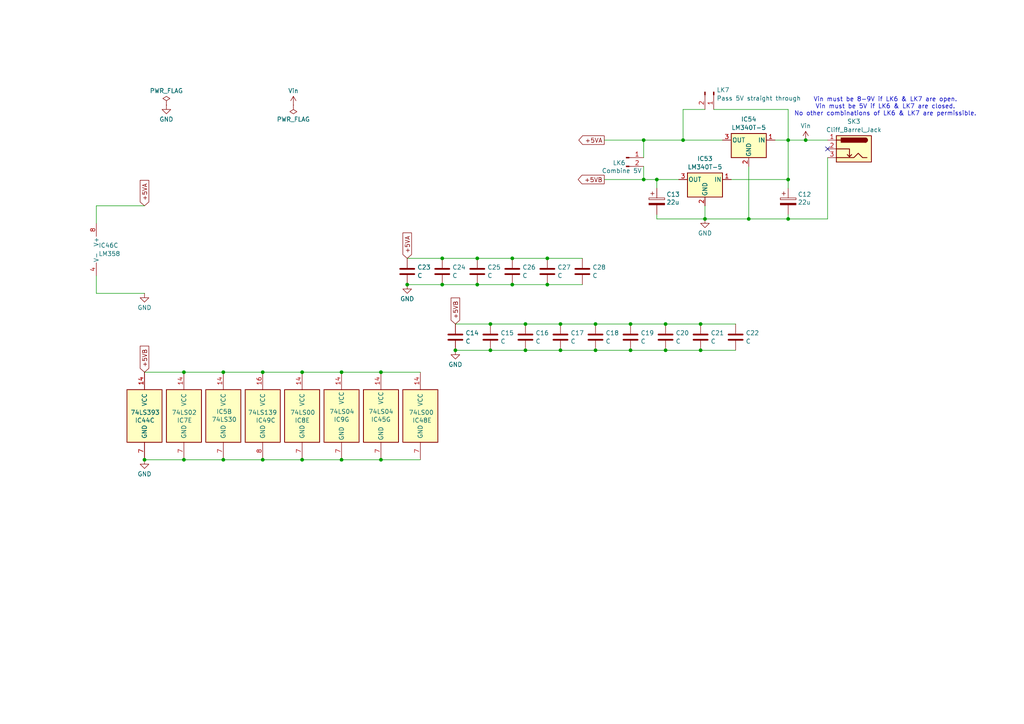
<source format=kicad_sch>
(kicad_sch (version 20231120) (generator "eeschema") (generator_version "8.0")
  (paper "A4")
  (lib_symbols
    (symbol "74xx:74LS00" (pin_names (offset 1.016))
      (property "Reference" "U" (at 0 1.27 0))
      (property "Value" "74LS00" (at 0 -1.27 0))
      (symbol "74LS00_1_1"
        (arc (start 0 -3.81) (mid 3.7934 0) (end 0 3.81) (stroke (width 0.254)) (fill (type background)))
        (polyline (pts (xy 0 3.81) (xy -3.81 3.81) (xy -3.81 -3.81) (xy 0 -3.81)) (stroke (width 0.254)) (fill (type background)))
        (pin input line (at -7.62 2.54 0) (length 3.81) (name "~") (number "1"))
        (pin input line (at -7.62 -2.54 0) (length 3.81) (name "~") (number "2"))
        (pin output inverted (at 7.62 0 180) (length 3.81) (name "~") (number "3"))
      )
      (symbol "74LS00_1_2"
        (arc (start -3.81 -3.81) (mid -2.589 0) (end -3.81 3.81) (stroke (width 0.254)))
        (arc (start -0.6096 -3.81) (mid 2.1842 -2.5851) (end 3.81 0) (stroke (width 0.254)) (fill (type background)))
        (polyline (pts (xy -3.81 -3.81) (xy -0.635 -3.81)) (stroke (width 0.254)) (fill (type background)))
        (polyline (pts (xy -3.81 3.81) (xy -0.635 3.81)) (stroke (width 0.254)) (fill (type background)))
        (polyline (pts (xy -0.635 3.81) (xy -3.81 3.81) (xy -3.81 3.81) (xy -3.556 3.4036) (xy -3.0226 2.2606) (xy -2.6924 1.0414) (xy -2.6162 -0.254) (xy -2.7686 -1.4986) (xy -3.175 -2.7178) (xy -3.81 -3.81) (xy -3.81 -3.81) (xy -0.635 -3.81)) (stroke (width -25.4)) (fill (type background)))
        (arc (start 3.81 0) (mid 2.1915 2.5936) (end -0.6096 3.81) (stroke (width 0.254)) (fill (type background)))
        (pin input inverted (at -7.62 2.54 0) (length 4.318) (name "~") (number "1"))
        (pin input inverted (at -7.62 -2.54 0) (length 4.318) (name "~") (number "2"))
        (pin output line (at 7.62 0 180) (length 3.81) (name "~") (number "3"))
      )
      (symbol "74LS00_2_1"
        (arc (start 0 -3.81) (mid 3.7934 0) (end 0 3.81) (stroke (width 0.254)) (fill (type background)))
        (polyline (pts (xy 0 3.81) (xy -3.81 3.81) (xy -3.81 -3.81) (xy 0 -3.81)) (stroke (width 0.254)) (fill (type background)))
        (pin input line (at -7.62 2.54 0) (length 3.81) (name "~") (number "4"))
        (pin input line (at -7.62 -2.54 0) (length 3.81) (name "~") (number "5"))
        (pin output inverted (at 7.62 0 180) (length 3.81) (name "~") (number "6"))
      )
      (symbol "74LS00_2_2"
        (arc (start -3.81 -3.81) (mid -2.589 0) (end -3.81 3.81) (stroke (width 0.254)))
        (arc (start -0.6096 -3.81) (mid 2.1842 -2.5851) (end 3.81 0) (stroke (width 0.254)) (fill (type background)))
        (polyline (pts (xy -3.81 -3.81) (xy -0.635 -3.81)) (stroke (width 0.254)) (fill (type background)))
        (polyline (pts (xy -3.81 3.81) (xy -0.635 3.81)) (stroke (width 0.254)) (fill (type background)))
        (polyline (pts (xy -0.635 3.81) (xy -3.81 3.81) (xy -3.81 3.81) (xy -3.556 3.4036) (xy -3.0226 2.2606) (xy -2.6924 1.0414) (xy -2.6162 -0.254) (xy -2.7686 -1.4986) (xy -3.175 -2.7178) (xy -3.81 -3.81) (xy -3.81 -3.81) (xy -0.635 -3.81)) (stroke (width -25.4)) (fill (type background)))
        (arc (start 3.81 0) (mid 2.1915 2.5936) (end -0.6096 3.81) (stroke (width 0.254)) (fill (type background)))
        (pin input inverted (at -7.62 2.54 0) (length 4.318) (name "~") (number "4"))
        (pin input inverted (at -7.62 -2.54 0) (length 4.318) (name "~") (number "5"))
        (pin output line (at 7.62 0 180) (length 3.81) (name "~") (number "6"))
      )
      (symbol "74LS00_3_1"
        (arc (start 0 -3.81) (mid 3.7934 0) (end 0 3.81) (stroke (width 0.254)) (fill (type background)))
        (polyline (pts (xy 0 3.81) (xy -3.81 3.81) (xy -3.81 -3.81) (xy 0 -3.81)) (stroke (width 0.254)) (fill (type background)))
        (pin input line (at -7.62 -2.54 0) (length 3.81) (name "~") (number "10"))
        (pin output inverted (at 7.62 0 180) (length 3.81) (name "~") (number "8"))
        (pin input line (at -7.62 2.54 0) (length 3.81) (name "~") (number "9"))
      )
      (symbol "74LS00_3_2"
        (arc (start -3.81 -3.81) (mid -2.589 0) (end -3.81 3.81) (stroke (width 0.254)))
        (arc (start -0.6096 -3.81) (mid 2.1842 -2.5851) (end 3.81 0) (stroke (width 0.254)) (fill (type background)))
        (polyline (pts (xy -3.81 -3.81) (xy -0.635 -3.81)) (stroke (width 0.254)) (fill (type background)))
        (polyline (pts (xy -3.81 3.81) (xy -0.635 3.81)) (stroke (width 0.254)) (fill (type background)))
        (polyline (pts (xy -0.635 3.81) (xy -3.81 3.81) (xy -3.81 3.81) (xy -3.556 3.4036) (xy -3.0226 2.2606) (xy -2.6924 1.0414) (xy -2.6162 -0.254) (xy -2.7686 -1.4986) (xy -3.175 -2.7178) (xy -3.81 -3.81) (xy -3.81 -3.81) (xy -0.635 -3.81)) (stroke (width -25.4)) (fill (type background)))
        (arc (start 3.81 0) (mid 2.1915 2.5936) (end -0.6096 3.81) (stroke (width 0.254)) (fill (type background)))
        (pin input inverted (at -7.62 -2.54 0) (length 4.318) (name "~") (number "10"))
        (pin output line (at 7.62 0 180) (length 3.81) (name "~") (number "8"))
        (pin input inverted (at -7.62 2.54 0) (length 4.318) (name "~") (number "9"))
      )
      (symbol "74LS00_4_1"
        (arc (start 0 -3.81) (mid 3.7934 0) (end 0 3.81) (stroke (width 0.254)) (fill (type background)))
        (polyline (pts (xy 0 3.81) (xy -3.81 3.81) (xy -3.81 -3.81) (xy 0 -3.81)) (stroke (width 0.254)) (fill (type background)))
        (pin output inverted (at 7.62 0 180) (length 3.81) (name "~") (number "11"))
        (pin input line (at -7.62 2.54 0) (length 3.81) (name "~") (number "12"))
        (pin input line (at -7.62 -2.54 0) (length 3.81) (name "~") (number "13"))
      )
      (symbol "74LS00_4_2"
        (arc (start -3.81 -3.81) (mid -2.589 0) (end -3.81 3.81) (stroke (width 0.254)))
        (arc (start -0.6096 -3.81) (mid 2.1842 -2.5851) (end 3.81 0) (stroke (width 0.254)) (fill (type background)))
        (polyline (pts (xy -3.81 -3.81) (xy -0.635 -3.81)) (stroke (width 0.254)) (fill (type background)))
        (polyline (pts (xy -3.81 3.81) (xy -0.635 3.81)) (stroke (width 0.254)) (fill (type background)))
        (polyline (pts (xy -0.635 3.81) (xy -3.81 3.81) (xy -3.81 3.81) (xy -3.556 3.4036) (xy -3.0226 2.2606) (xy -2.6924 1.0414) (xy -2.6162 -0.254) (xy -2.7686 -1.4986) (xy -3.175 -2.7178) (xy -3.81 -3.81) (xy -3.81 -3.81) (xy -0.635 -3.81)) (stroke (width -25.4)) (fill (type background)))
        (arc (start 3.81 0) (mid 2.1915 2.5936) (end -0.6096 3.81) (stroke (width 0.254)) (fill (type background)))
        (pin output line (at 7.62 0 180) (length 3.81) (name "~") (number "11"))
        (pin input inverted (at -7.62 2.54 0) (length 4.318) (name "~") (number "12"))
        (pin input inverted (at -7.62 -2.54 0) (length 4.318) (name "~") (number "13"))
      )
      (symbol "74LS00_5_0"
        (pin power_in line (at 0 12.7 270) (length 5.08) (name "VCC") (number "14"))
        (pin power_in line (at 0 -12.7 90) (length 5.08) (name "GND") (number "7"))
      )
      (symbol "74LS00_5_1"
        (rectangle (start -5.08 7.62) (end 5.08 -7.62) (stroke (width 0.254)) (fill (type background)))
      )
    )
    (symbol "74xx:74LS02" (pin_names (offset 1.016))
      (property "Reference" "U" (at 0 1.27 0))
      (property "Value" "74LS02" (at 0 -1.27 0))
      (symbol "74LS02_1_1"
        (arc (start -3.81 -3.81) (mid -2.589 0) (end -3.81 3.81) (stroke (width 0.254)))
        (arc (start -0.6096 -3.81) (mid 2.1842 -2.5851) (end 3.81 0) (stroke (width 0.254)) (fill (type background)))
        (polyline (pts (xy -3.81 -3.81) (xy -0.635 -3.81)) (stroke (width 0.254)) (fill (type background)))
        (polyline (pts (xy -3.81 3.81) (xy -0.635 3.81)) (stroke (width 0.254)) (fill (type background)))
        (polyline (pts (xy -0.635 3.81) (xy -3.81 3.81) (xy -3.81 3.81) (xy -3.556 3.4036) (xy -3.0226 2.2606) (xy -2.6924 1.0414) (xy -2.6162 -0.254) (xy -2.7686 -1.4986) (xy -3.175 -2.7178) (xy -3.81 -3.81) (xy -3.81 -3.81) (xy -0.635 -3.81)) (stroke (width -25.4)) (fill (type background)))
        (arc (start 3.81 0) (mid 2.1915 2.5936) (end -0.6096 3.81) (stroke (width 0.254)) (fill (type background)))
        (pin output inverted (at 7.62 0 180) (length 3.81) (name "~") (number "1"))
        (pin input line (at -7.62 2.54 0) (length 4.318) (name "~") (number "2"))
        (pin input line (at -7.62 -2.54 0) (length 4.318) (name "~") (number "3"))
      )
      (symbol "74LS02_1_2"
        (arc (start 0 -3.81) (mid 3.7934 0) (end 0 3.81) (stroke (width 0.254)) (fill (type background)))
        (polyline (pts (xy 0 3.81) (xy -3.81 3.81) (xy -3.81 -3.81) (xy 0 -3.81)) (stroke (width 0.254)) (fill (type background)))
        (pin output line (at 7.62 0 180) (length 3.81) (name "~") (number "1"))
        (pin input inverted (at -7.62 2.54 0) (length 3.81) (name "~") (number "2"))
        (pin input inverted (at -7.62 -2.54 0) (length 3.81) (name "~") (number "3"))
      )
      (symbol "74LS02_2_1"
        (arc (start -3.81 -3.81) (mid -2.589 0) (end -3.81 3.81) (stroke (width 0.254)))
        (arc (start -0.6096 -3.81) (mid 2.1842 -2.5851) (end 3.81 0) (stroke (width 0.254)) (fill (type background)))
        (polyline (pts (xy -3.81 -3.81) (xy -0.635 -3.81)) (stroke (width 0.254)) (fill (type background)))
        (polyline (pts (xy -3.81 3.81) (xy -0.635 3.81)) (stroke (width 0.254)) (fill (type background)))
        (polyline (pts (xy -0.635 3.81) (xy -3.81 3.81) (xy -3.81 3.81) (xy -3.556 3.4036) (xy -3.0226 2.2606) (xy -2.6924 1.0414) (xy -2.6162 -0.254) (xy -2.7686 -1.4986) (xy -3.175 -2.7178) (xy -3.81 -3.81) (xy -3.81 -3.81) (xy -0.635 -3.81)) (stroke (width -25.4)) (fill (type background)))
        (arc (start 3.81 0) (mid 2.1915 2.5936) (end -0.6096 3.81) (stroke (width 0.254)) (fill (type background)))
        (pin output inverted (at 7.62 0 180) (length 3.81) (name "~") (number "4"))
        (pin input line (at -7.62 2.54 0) (length 4.318) (name "~") (number "5"))
        (pin input line (at -7.62 -2.54 0) (length 4.318) (name "~") (number "6"))
      )
      (symbol "74LS02_2_2"
        (arc (start 0 -3.81) (mid 3.7934 0) (end 0 3.81) (stroke (width 0.254)) (fill (type background)))
        (polyline (pts (xy 0 3.81) (xy -3.81 3.81) (xy -3.81 -3.81) (xy 0 -3.81)) (stroke (width 0.254)) (fill (type background)))
        (pin output line (at 7.62 0 180) (length 3.81) (name "~") (number "4"))
        (pin input inverted (at -7.62 2.54 0) (length 3.81) (name "~") (number "5"))
        (pin input inverted (at -7.62 -2.54 0) (length 3.81) (name "~") (number "6"))
      )
      (symbol "74LS02_3_1"
        (arc (start -3.81 -3.81) (mid -2.589 0) (end -3.81 3.81) (stroke (width 0.254)))
        (arc (start -0.6096 -3.81) (mid 2.1842 -2.5851) (end 3.81 0) (stroke (width 0.254)) (fill (type background)))
        (polyline (pts (xy -3.81 -3.81) (xy -0.635 -3.81)) (stroke (width 0.254)) (fill (type background)))
        (polyline (pts (xy -3.81 3.81) (xy -0.635 3.81)) (stroke (width 0.254)) (fill (type background)))
        (polyline (pts (xy -0.635 3.81) (xy -3.81 3.81) (xy -3.81 3.81) (xy -3.556 3.4036) (xy -3.0226 2.2606) (xy -2.6924 1.0414) (xy -2.6162 -0.254) (xy -2.7686 -1.4986) (xy -3.175 -2.7178) (xy -3.81 -3.81) (xy -3.81 -3.81) (xy -0.635 -3.81)) (stroke (width -25.4)) (fill (type background)))
        (arc (start 3.81 0) (mid 2.1915 2.5936) (end -0.6096 3.81) (stroke (width 0.254)) (fill (type background)))
        (pin output inverted (at 7.62 0 180) (length 3.81) (name "~") (number "10"))
        (pin input line (at -7.62 2.54 0) (length 4.318) (name "~") (number "8"))
        (pin input line (at -7.62 -2.54 0) (length 4.318) (name "~") (number "9"))
      )
      (symbol "74LS02_3_2"
        (arc (start 0 -3.81) (mid 3.7934 0) (end 0 3.81) (stroke (width 0.254)) (fill (type background)))
        (polyline (pts (xy 0 3.81) (xy -3.81 3.81) (xy -3.81 -3.81) (xy 0 -3.81)) (stroke (width 0.254)) (fill (type background)))
        (pin output line (at 7.62 0 180) (length 3.81) (name "~") (number "10"))
        (pin input inverted (at -7.62 2.54 0) (length 3.81) (name "~") (number "8"))
        (pin input inverted (at -7.62 -2.54 0) (length 3.81) (name "~") (number "9"))
      )
      (symbol "74LS02_4_1"
        (arc (start -3.81 -3.81) (mid -2.589 0) (end -3.81 3.81) (stroke (width 0.254)))
        (arc (start -0.6096 -3.81) (mid 2.1842 -2.5851) (end 3.81 0) (stroke (width 0.254)) (fill (type background)))
        (polyline (pts (xy -3.81 -3.81) (xy -0.635 -3.81)) (stroke (width 0.254)) (fill (type background)))
        (polyline (pts (xy -3.81 3.81) (xy -0.635 3.81)) (stroke (width 0.254)) (fill (type background)))
        (polyline (pts (xy -0.635 3.81) (xy -3.81 3.81) (xy -3.81 3.81) (xy -3.556 3.4036) (xy -3.0226 2.2606) (xy -2.6924 1.0414) (xy -2.6162 -0.254) (xy -2.7686 -1.4986) (xy -3.175 -2.7178) (xy -3.81 -3.81) (xy -3.81 -3.81) (xy -0.635 -3.81)) (stroke (width -25.4)) (fill (type background)))
        (arc (start 3.81 0) (mid 2.1915 2.5936) (end -0.6096 3.81) (stroke (width 0.254)) (fill (type background)))
        (pin input line (at -7.62 2.54 0) (length 4.318) (name "~") (number "11"))
        (pin input line (at -7.62 -2.54 0) (length 4.318) (name "~") (number "12"))
        (pin output inverted (at 7.62 0 180) (length 3.81) (name "~") (number "13"))
      )
      (symbol "74LS02_4_2"
        (arc (start 0 -3.81) (mid 3.7934 0) (end 0 3.81) (stroke (width 0.254)) (fill (type background)))
        (polyline (pts (xy 0 3.81) (xy -3.81 3.81) (xy -3.81 -3.81) (xy 0 -3.81)) (stroke (width 0.254)) (fill (type background)))
        (pin input inverted (at -7.62 2.54 0) (length 3.81) (name "~") (number "11"))
        (pin input inverted (at -7.62 -2.54 0) (length 3.81) (name "~") (number "12"))
        (pin output line (at 7.62 0 180) (length 3.81) (name "~") (number "13"))
      )
      (symbol "74LS02_5_0"
        (pin power_in line (at 0 12.7 270) (length 5.08) (name "VCC") (number "14"))
        (pin power_in line (at 0 -12.7 90) (length 5.08) (name "GND") (number "7"))
      )
      (symbol "74LS02_5_1"
        (rectangle (start -5.08 7.62) (end 5.08 -7.62) (stroke (width 0.254)) (fill (type background)))
      )
    )
    (symbol "74xx:74LS04"
      (property "Reference" "U" (at 0 1.27 0))
      (property "Value" "74LS04" (at 0 -1.27 0))
      (symbol "74LS04_1_0"
        (polyline (pts (xy -3.81 3.81) (xy -3.81 -3.81) (xy 3.81 0) (xy -3.81 3.81)) (stroke (width 0.254)) (fill (type background)))
        (pin input line (at -7.62 0 0) (length 3.81) (name "~") (number "1"))
        (pin output inverted (at 7.62 0 180) (length 3.81) (name "~") (number "2"))
      )
      (symbol "74LS04_2_0"
        (polyline (pts (xy -3.81 3.81) (xy -3.81 -3.81) (xy 3.81 0) (xy -3.81 3.81)) (stroke (width 0.254)) (fill (type background)))
        (pin input line (at -7.62 0 0) (length 3.81) (name "~") (number "3"))
        (pin output inverted (at 7.62 0 180) (length 3.81) (name "~") (number "4"))
      )
      (symbol "74LS04_3_0"
        (polyline (pts (xy -3.81 3.81) (xy -3.81 -3.81) (xy 3.81 0) (xy -3.81 3.81)) (stroke (width 0.254)) (fill (type background)))
        (pin input line (at -7.62 0 0) (length 3.81) (name "~") (number "5"))
        (pin output inverted (at 7.62 0 180) (length 3.81) (name "~") (number "6"))
      )
      (symbol "74LS04_4_0"
        (polyline (pts (xy -3.81 3.81) (xy -3.81 -3.81) (xy 3.81 0) (xy -3.81 3.81)) (stroke (width 0.254)) (fill (type background)))
        (pin output inverted (at 7.62 0 180) (length 3.81) (name "~") (number "8"))
        (pin input line (at -7.62 0 0) (length 3.81) (name "~") (number "9"))
      )
      (symbol "74LS04_5_0"
        (polyline (pts (xy -3.81 3.81) (xy -3.81 -3.81) (xy 3.81 0) (xy -3.81 3.81)) (stroke (width 0.254)) (fill (type background)))
        (pin output inverted (at 7.62 0 180) (length 3.81) (name "~") (number "10"))
        (pin input line (at -7.62 0 0) (length 3.81) (name "~") (number "11"))
      )
      (symbol "74LS04_6_0"
        (polyline (pts (xy -3.81 3.81) (xy -3.81 -3.81) (xy 3.81 0) (xy -3.81 3.81)) (stroke (width 0.254)) (fill (type background)))
        (pin output inverted (at 7.62 0 180) (length 3.81) (name "~") (number "12"))
        (pin input line (at -7.62 0 0) (length 3.81) (name "~") (number "13"))
      )
      (symbol "74LS04_7_0"
        (pin power_in line (at 0 12.7 270) (length 5.08) (name "VCC") (number "14"))
        (pin power_in line (at 0 -12.7 90) (length 5.08) (name "GND") (number "7"))
      )
      (symbol "74LS04_7_1"
        (rectangle (start -5.08 7.62) (end 5.08 -7.62) (stroke (width 0.254)) (fill (type background)))
      )
    )
    (symbol "74xx:74LS30" (pin_names (offset 1.016))
      (property "Reference" "U" (at 0 1.27 0))
      (property "Value" "74LS30" (at 0 -1.27 0))
      (symbol "74LS30_1_1"
        (arc (start 0 -3.81) (mid 3.7934 0) (end 0 3.81) (stroke (width 0.254)) (fill (type background)))
        (polyline (pts (xy -3.81 7.62) (xy -3.81 -10.16)) (stroke (width 0.254)))
        (polyline (pts (xy 0 3.81) (xy -3.81 3.81) (xy -3.81 -3.81) (xy 0 -3.81)) (stroke (width 0.254)) (fill (type background)))
        (pin input line (at -7.62 7.62 0) (length 3.81) (name "~") (number "1"))
        (pin input line (at -7.62 -7.62 0) (length 3.81) (name "~") (number "11"))
        (pin input line (at -7.62 -10.16 0) (length 3.81) (name "~") (number "12"))
        (pin input line (at -7.62 5.08 0) (length 3.81) (name "~") (number "2"))
        (pin input line (at -7.62 2.54 0) (length 3.81) (name "~") (number "3"))
        (pin input line (at -7.62 0 0) (length 3.81) (name "~") (number "4"))
        (pin input line (at -7.62 -2.54 0) (length 3.81) (name "~") (number "5"))
        (pin input line (at -7.62 -5.08 0) (length 3.81) (name "~") (number "6"))
        (pin output inverted (at 7.62 0 180) (length 3.81) (name "~") (number "8"))
      )
      (symbol "74LS30_1_2"
        (arc (start -3.81 -3.81) (mid -2.589 0) (end -3.81 3.81) (stroke (width 0.254)))
        (arc (start -0.6096 -3.81) (mid 2.1842 -2.5851) (end 3.81 0) (stroke (width 0.254)) (fill (type background)))
        (polyline (pts (xy -3.81 -3.81) (xy -3.81 -10.16)) (stroke (width 0.254)))
        (polyline (pts (xy -3.81 -3.81) (xy -0.635 -3.81)) (stroke (width 0.254)) (fill (type background)))
        (polyline (pts (xy -3.81 3.81) (xy -0.635 3.81)) (stroke (width 0.254)) (fill (type background)))
        (polyline (pts (xy -3.81 7.62) (xy -3.81 3.81)) (stroke (width 0.254)))
        (polyline (pts (xy -0.635 3.81) (xy -3.81 3.81) (xy -3.81 3.81) (xy -3.556 3.4036) (xy -3.0226 2.2606) (xy -2.6924 1.0414) (xy -2.6162 -0.254) (xy -2.7686 -1.4986) (xy -3.175 -2.7178) (xy -3.81 -3.81) (xy -3.81 -3.81) (xy -0.635 -3.81)) (stroke (width -25.4)) (fill (type background)))
        (arc (start 3.81 0) (mid 2.1915 2.5936) (end -0.6096 3.81) (stroke (width 0.254)) (fill (type background)))
        (pin input inverted (at -7.62 7.62 0) (length 3.81) (name "~") (number "1"))
        (pin input inverted (at -7.62 -7.62 0) (length 3.81) (name "~") (number "11"))
        (pin input inverted (at -7.62 -10.16 0) (length 3.81) (name "~") (number "12"))
        (pin input inverted (at -7.62 5.08 0) (length 3.81) (name "~") (number "2"))
        (pin input inverted (at -7.62 2.54 0) (length 4.5466) (name "~") (number "3"))
        (pin input inverted (at -7.62 0 0) (length 5.08) (name "~") (number "4"))
        (pin input inverted (at -7.62 -2.54 0) (length 4.5466) (name "~") (number "5"))
        (pin input inverted (at -7.62 -5.08 0) (length 3.81) (name "~") (number "6"))
        (pin output line (at 7.62 0 180) (length 3.81) (name "~") (number "8"))
      )
      (symbol "74LS30_2_0"
        (pin power_in line (at 0 12.7 270) (length 5.08) (name "VCC") (number "14"))
        (pin power_in line (at 0 -12.7 90) (length 5.08) (name "GND") (number "7"))
      )
      (symbol "74LS30_2_1"
        (rectangle (start -5.08 7.62) (end 5.08 -7.62) (stroke (width 0.254)) (fill (type background)))
      )
    )
    (symbol "Amplifier_Operational:LM358" (pin_names (offset 0.127))
      (property "Reference" "U" (at 0 5.08 0))
      (property "Value" "LM358" (at 0 -5.08 0))
      (symbol "LM358_1_1"
        (polyline (pts (xy -5.08 5.08) (xy 5.08 0) (xy -5.08 -5.08) (xy -5.08 5.08)) (stroke (width 0.254)) (fill (type background)))
        (pin output line (at 7.62 0 180) (length 2.54) (name "~") (number "1"))
        (pin input line (at -7.62 -2.54 0) (length 2.54) (name "-") (number "2"))
        (pin input line (at -7.62 2.54 0) (length 2.54) (name "+") (number "3"))
      )
      (symbol "LM358_2_1"
        (polyline (pts (xy -5.08 5.08) (xy 5.08 0) (xy -5.08 -5.08) (xy -5.08 5.08)) (stroke (width 0.254)) (fill (type background)))
        (pin input line (at -7.62 2.54 0) (length 2.54) (name "+") (number "5"))
        (pin input line (at -7.62 -2.54 0) (length 2.54) (name "-") (number "6"))
        (pin output line (at 7.62 0 180) (length 2.54) (name "~") (number "7"))
      )
      (symbol "LM358_3_1"
        (pin power_in line (at -2.54 -7.62 90) (length 3.81) (name "V-") (number "4"))
        (pin power_in line (at -2.54 7.62 270) (length 3.81) (name "V+") (number "8"))
      )
    )
    (symbol "Connector:Barrel_Jack_Switch_Pin3Ring" (pin_names hide)
      (property "Reference" "J" (at 0 5.334 0))
      (property "Value" "Barrel_Jack_Switch_Pin3Ring" (at 0 -5.08 0))
      (symbol "Barrel_Jack_Switch_Pin3Ring_0_1"
        (rectangle (start -5.08 3.81) (end 5.08 -3.81) (stroke (width 0.254)) (fill (type background)))
        (arc (start -3.302 3.175) (mid -3.9343 2.54) (end -3.302 1.905) (stroke (width 0.254)))
        (arc (start -3.302 3.175) (mid -3.9343 2.54) (end -3.302 1.905) (stroke (width 0.254)) (fill (type outline)))
        (polyline (pts (xy 1.27 -2.286) (xy 1.905 -1.651)) (stroke (width 0.254)))
        (polyline (pts (xy 5.08 2.54) (xy 3.81 2.54)) (stroke (width 0.254)))
        (polyline (pts (xy 5.08 0) (xy 1.27 0) (xy 1.27 -2.286) (xy 0.635 -1.651)) (stroke (width 0.254)))
        (polyline (pts (xy -3.81 -2.54) (xy -2.54 -2.54) (xy -1.27 -1.27) (xy 0 -2.54) (xy 2.54 -2.54) (xy 5.08 -2.54)) (stroke (width 0.254)))
        (rectangle (start 3.683 3.175) (end -3.302 1.905) (stroke (width 0.254)) (fill (type outline)))
      )
      (symbol "Barrel_Jack_Switch_Pin3Ring_1_1"
        (pin passive line (at 7.62 2.54 180) (length 2.54) (name "~") (number "1"))
        (pin passive line (at 7.62 0 180) (length 2.54) (name "~") (number "2"))
        (pin passive line (at 7.62 -2.54 180) (length 2.54) (name "~") (number "3"))
      )
    )
    (symbol "Connector:Conn_01x02_Pin" (pin_names (offset 1.016) hide)
      (property "Reference" "J" (at 0 2.54 0))
      (property "Value" "Conn_01x02_Pin" (at 0 -5.08 0))
      (symbol "Conn_01x02_Pin_1_1"
        (polyline (pts (xy 1.27 -2.54) (xy 0.8636 -2.54)) (stroke (width 0.1524)))
        (polyline (pts (xy 1.27 0) (xy 0.8636 0)) (stroke (width 0.1524)))
        (rectangle (start 0.8636 -2.413) (end 0 -2.667) (stroke (width 0.1524)) (fill (type outline)))
        (rectangle (start 0.8636 0.127) (end 0 -0.127) (stroke (width 0.1524)) (fill (type outline)))
        (pin passive line (at 5.08 0 180) (length 3.81) (name "Pin_1") (number "1"))
        (pin passive line (at 5.08 -2.54 180) (length 3.81) (name "Pin_2") (number "2"))
      )
    )
    (symbol "Device:C" (pin_numbers hide) (pin_names (offset 0.254))
      (property "Reference" "C" (at 0.635 2.54 0))
      (property "Value" "C" (at 0.635 -2.54 0))
      (symbol "C_0_1"
        (polyline (pts (xy -2.032 -0.762) (xy 2.032 -0.762)) (stroke (width 0.508)))
        (polyline (pts (xy -2.032 0.762) (xy 2.032 0.762)) (stroke (width 0.508)))
      )
      (symbol "C_1_1"
        (pin passive line (at 0 3.81 270) (length 2.794) (name "~") (number "1"))
        (pin passive line (at 0 -3.81 90) (length 2.794) (name "~") (number "2"))
      )
    )
    (symbol "Device:C_Polarized" (pin_numbers hide) (pin_names (offset 0.254))
      (property "Reference" "C" (at 0.635 2.54 0))
      (property "Value" "C_Polarized" (at 0.635 -2.54 0))
      (symbol "C_Polarized_0_1"
        (rectangle (start -2.286 0.508) (end 2.286 1.016))
        (polyline (pts (xy -1.778 2.286) (xy -0.762 2.286)))
        (polyline (pts (xy -1.27 2.794) (xy -1.27 1.778)))
        (rectangle (start 2.286 -0.508) (end -2.286 -1.016) (fill (type outline)))
      )
      (symbol "C_Polarized_1_1"
        (pin passive line (at 0 3.81 270) (length 2.794) (name "~") (number "1"))
        (pin passive line (at 0 -3.81 90) (length 2.794) (name "~") (number "2"))
      )
    )
    (symbol "John Atom Components:74LS139_Atom" (pin_names (offset 1.016))
      (property "Reference" "IC" (at -3.175 0 0))
      (property "Value" "74LS139" (at 0 -1.905 0))
      (symbol "74LS139_Atom_1_0"
        (pin input inverted (at 0 -10.795 90) (length 5.08) (name "G") (number "1"))
        (pin input line (at -3.81 -10.795 90) (length 5.08) (name "A") (number "2"))
        (pin input line (at 3.81 -10.795 90) (length 5.08) (name "B") (number "3"))
        (pin output inverted (at -3.81 10.795 270) (length 5.08) (name "Y0") (number "4"))
        (pin output inverted (at -1.27 10.795 270) (length 5.08) (name "Y1") (number "5"))
        (pin output inverted (at 1.27 10.795 270) (length 5.08) (name "Y2") (number "6"))
        (pin output inverted (at 3.81 10.795 270) (length 5.08) (name "Y3") (number "7"))
      )
      (symbol "74LS139_Atom_1_1"
        (rectangle (start -6.35 5.715) (end 6.35 -5.715) (stroke (width 0.254)) (fill (type background)))
      )
      (symbol "74LS139_Atom_2_0"
        (pin output inverted (at -1.27 10.795 270) (length 5.08) (name "Y2") (number "10"))
        (pin output inverted (at 1.27 10.795 270) (length 5.08) (name "Y1") (number "11"))
        (pin output inverted (at 3.81 10.795 270) (length 5.08) (name "Y0") (number "12"))
        (pin input line (at -3.81 -10.795 90) (length 5.08) (name "B") (number "13"))
        (pin input line (at 3.81 -10.795 90) (length 5.08) (name "A") (number "14"))
        (pin input inverted (at 0 -10.795 90) (length 5.08) (name "G") (number "15"))
        (pin output inverted (at -3.81 10.795 270) (length 5.08) (name "Y3") (number "9"))
      )
      (symbol "74LS139_Atom_2_1"
        (rectangle (start -6.35 -5.715) (end 6.35 5.715) (stroke (width 0.254)) (fill (type background)))
      )
      (symbol "74LS139_Atom_3_0"
        (pin power_in line (at 0 12.7 270) (length 5.08) (name "VCC") (number "16"))
        (pin power_in line (at 0 -12.7 90) (length 5.08) (name "GND") (number "8"))
      )
      (symbol "74LS139_Atom_3_1"
        (rectangle (start -5.08 7.62) (end 5.08 -7.62) (stroke (width 0.254)) (fill (type background)))
      )
    )
    (symbol "John Atom Components:74LS393_Atom" (pin_names (offset 1.016))
      (property "Reference" "IC" (at -5.08 0 0))
      (property "Value" "74LS393" (at -2.54 -2.54 0))
      (symbol "74LS393_Atom_1_0"
        (pin input clock (at 12.7 0 180) (length 5.08) (name "CLK") (number "1"))
        (pin input line (at 12.7 -5.08 180) (length 5.08) (name "CLR") (number "2"))
        (pin output line (at 2.54 10.16 270) (length 5.08) (name "A") (number "3"))
        (pin output line (at 0 10.16 270) (length 5.08) (name "B") (number "4"))
        (pin output line (at -2.54 10.16 270) (length 5.08) (name "C") (number "5"))
        (pin output line (at -5.08 10.16 270) (length 5.08) (name "D") (number "6"))
      )
      (symbol "74LS393_Atom_1_1"
        (rectangle (start -7.62 5.08) (end 7.62 -7.62) (stroke (width 0.254)) (fill (type background)))
      )
      (symbol "74LS393_Atom_2_0"
        (pin output line (at 0 -12.7 90) (length 5.08) (name "B") (number "10"))
        (pin output line (at 2.54 -12.7 90) (length 5.08) (name "A") (number "11"))
        (pin input line (at 12.7 -2.54 180) (length 5.08) (name "CLR") (number "12"))
        (pin input clock (at 12.7 2.54 180) (length 5.08) (name "CLK") (number "13"))
        (pin output line (at -5.08 -12.7 90) (length 5.08) (name "D") (number "8"))
        (pin output line (at -2.54 -12.7 90) (length 5.08) (name "C") (number "9"))
      )
      (symbol "74LS393_Atom_2_1"
        (rectangle (start -7.62 5.08) (end 7.62 -7.62) (stroke (width 0.254)) (fill (type background)))
      )
      (symbol "74LS393_Atom_3_0"
        (pin power_in line (at 0 12.7 270) (length 5.08) (name "VCC") (number "14"))
        (pin power_in line (at 0 -12.7 90) (length 5.08) (name "GND") (number "7"))
      )
      (symbol "74LS393_Atom_3_1"
        (rectangle (start -5.08 7.62) (end 5.08 -7.62) (stroke (width 0.254)) (fill (type background)))
      )
    )
    (symbol "Regulator_Linear:L7805" (pin_names (offset 0.254))
      (property "Reference" "U" (at -3.81 3.175 0))
      (property "Value" "L7805" (at 0 3.175 0))
      (symbol "L7805_0_1"
        (rectangle (start -5.08 1.905) (end 5.08 -5.08) (stroke (width 0.254)) (fill (type background)))
      )
      (symbol "L7805_1_1"
        (pin power_in line (at -7.62 0 0) (length 2.54) (name "IN") (number "1"))
        (pin power_in line (at 0 -7.62 90) (length 2.54) (name "GND") (number "2"))
        (pin power_out line (at 7.62 0 180) (length 2.54) (name "OUT") (number "3"))
      )
    )
    (symbol "power:+9V" (power) (pin_numbers hide) (pin_names (offset 0) hide)
      (property "Value" "+9V" (at 0 3.556 0))
      (symbol "+9V_0_1"
        (polyline (pts (xy -0.762 1.27) (xy 0 2.54)))
        (polyline (pts (xy 0 0) (xy 0 2.54)))
        (polyline (pts (xy 0 2.54) (xy 0.762 1.27)))
      )
      (symbol "+9V_1_1"
        (pin power_in line (at 0 0 90) (length 0) (name "~") (number "1"))
      )
    )
    (symbol "power:GND" (power) (pin_numbers hide) (pin_names (offset 0) hide)
      (property "Value" "GND" (at 0 -3.81 0))
      (symbol "GND_0_1"
        (polyline (pts (xy 0 0) (xy 0 -1.27) (xy 1.27 -1.27) (xy 0 -2.54) (xy -1.27 -1.27) (xy 0 -1.27)))
      )
      (symbol "GND_1_1"
        (pin power_in line (at 0 0 270) (length 0) (name "~") (number "1"))
      )
    )
    (symbol "power:PWR_FLAG" (power) (pin_numbers hide) (pin_names (offset 0) hide)
      (property "Value" "PWR_FLAG" (at 0 3.81 0))
      (symbol "PWR_FLAG_0_0"
        (pin power_out line (at 0 0 90) (length 0) (name "~") (number "1"))
      )
      (symbol "PWR_FLAG_0_1"
        (polyline (pts (xy 0 0) (xy 0 1.27) (xy -1.016 1.905) (xy 0 2.54) (xy 1.016 1.905) (xy 0 1.27)))
      )
    )
  )
  (junction (at 158.75 74.93))
  (junction (at 152.4 93.98))
  (junction (at 87.63 107.95))
  (junction (at 76.2 107.95))
  (junction (at 64.77 107.95))
  (junction (at 110.49 107.95))
  (junction (at 162.56 93.98))
  (junction (at 53.34 107.95))
  (junction (at 41.91 133.35))
  (junction (at 99.06 107.95))
  (junction (at 193.04 101.6))
  (junction (at 182.88 101.6))
  (junction (at 198.12 40.64))
  (junction (at 138.43 74.93))
  (junction (at 217.17 63.5))
  (junction (at 172.72 101.6))
  (junction (at 162.56 101.6))
  (junction (at 228.6 63.5))
  (junction (at 110.49 133.35))
  (junction (at 172.72 93.98))
  (junction (at 203.2 101.6))
  (junction (at 53.34 133.35))
  (junction (at 128.27 74.93))
  (junction (at 228.6 52.07))
  (junction (at 190.5 52.07))
  (junction (at 132.08 101.6))
  (junction (at 118.11 82.55))
  (junction (at 186.69 52.07))
  (junction (at 158.75 82.55))
  (junction (at 193.04 93.98))
  (junction (at 186.69 40.64))
  (junction (at 233.68 40.64))
  (junction (at 99.06 133.35))
  (junction (at 64.77 133.35))
  (junction (at 87.63 133.35))
  (junction (at 204.47 63.5))
  (junction (at 142.24 101.6))
  (junction (at 228.6 40.64))
  (junction (at 142.24 93.98))
  (junction (at 76.2 133.35))
  (junction (at 152.4 101.6))
  (junction (at 138.43 82.55))
  (junction (at 182.88 93.98))
  (junction (at 148.59 82.55))
  (junction (at 203.2 93.98))
  (junction (at 128.27 82.55))
  (junction (at 148.59 74.93))
  (no_connect (at 240.03 43.18))
  (wire (pts (xy 138.43 82.55) (xy 148.59 82.55)))
  (wire (pts (xy 99.06 107.95) (xy 110.49 107.95)))
  (wire (pts (xy 41.91 133.35) (xy 53.34 133.35)))
  (wire (pts (xy 228.6 40.64) (xy 233.68 40.64)))
  (wire (pts (xy 128.27 74.93) (xy 138.43 74.93)))
  (wire (pts (xy 190.5 62.23) (xy 190.5 63.5)))
  (wire (pts (xy 204.47 59.69) (xy 204.47 63.5)))
  (wire (pts (xy 228.6 52.07) (xy 228.6 54.61)))
  (wire (pts (xy 207.01 31.75) (xy 228.6 31.75)))
  (wire (pts (xy 204.47 31.75) (xy 198.12 31.75)))
  (wire (pts (xy 132.08 93.98) (xy 142.24 93.98)))
  (wire (pts (xy 186.69 52.07) (xy 190.5 52.07)))
  (wire (pts (xy 64.77 107.95) (xy 76.2 107.95)))
  (wire (pts (xy 182.88 93.98) (xy 193.04 93.98)))
  (wire (pts (xy 203.2 101.6) (xy 213.36 101.6)))
  (wire (pts (xy 186.69 48.26) (xy 186.69 52.07)))
  (wire (pts (xy 76.2 133.35) (xy 87.63 133.35)))
  (wire (pts (xy 228.6 62.23) (xy 228.6 63.5)))
  (wire (pts (xy 148.59 74.93) (xy 158.75 74.93)))
  (wire (pts (xy 148.59 82.55) (xy 158.75 82.55)))
  (wire (pts (xy 27.94 85.09) (xy 41.91 85.09)))
  (wire (pts (xy 224.79 40.64) (xy 228.6 40.64)))
  (wire (pts (xy 138.43 74.93) (xy 148.59 74.93)))
  (wire (pts (xy 198.12 40.64) (xy 209.55 40.64)))
  (wire (pts (xy 128.27 82.55) (xy 138.43 82.55)))
  (wire (pts (xy 76.2 107.95) (xy 87.63 107.95)))
  (wire (pts (xy 175.26 52.07) (xy 186.69 52.07)))
  (wire (pts (xy 128.27 74.93) (xy 118.11 74.93)))
  (wire (pts (xy 182.88 93.98) (xy 172.72 93.98)))
  (wire (pts (xy 193.04 101.6) (xy 203.2 101.6)))
  (wire (pts (xy 193.04 93.98) (xy 203.2 93.98)))
  (wire (pts (xy 152.4 101.6) (xy 162.56 101.6)))
  (wire (pts (xy 233.68 40.64) (xy 240.03 40.64)))
  (wire (pts (xy 168.91 74.93) (xy 158.75 74.93)))
  (wire (pts (xy 240.03 63.5) (xy 228.6 63.5)))
  (wire (pts (xy 53.34 107.95) (xy 64.77 107.95)))
  (wire (pts (xy 142.24 101.6) (xy 152.4 101.6)))
  (wire (pts (xy 27.94 80.01) (xy 27.94 85.09)))
  (wire (pts (xy 228.6 40.64) (xy 228.6 52.07)))
  (wire (pts (xy 53.34 133.35) (xy 64.77 133.35)))
  (wire (pts (xy 172.72 101.6) (xy 182.88 101.6)))
  (wire (pts (xy 162.56 101.6) (xy 172.72 101.6)))
  (wire (pts (xy 175.26 40.64) (xy 186.69 40.64)))
  (wire (pts (xy 158.75 82.55) (xy 168.91 82.55)))
  (wire (pts (xy 142.24 93.98) (xy 152.4 93.98)))
  (wire (pts (xy 110.49 133.35) (xy 121.92 133.35)))
  (wire (pts (xy 190.5 52.07) (xy 196.85 52.07)))
  (wire (pts (xy 162.56 93.98) (xy 172.72 93.98)))
  (wire (pts (xy 182.88 101.6) (xy 193.04 101.6)))
  (wire (pts (xy 27.94 64.77) (xy 27.94 59.69)))
  (wire (pts (xy 186.69 40.64) (xy 198.12 40.64)))
  (wire (pts (xy 240.03 45.72) (xy 240.03 63.5)))
  (wire (pts (xy 203.2 93.98) (xy 213.36 93.98)))
  (wire (pts (xy 152.4 93.98) (xy 162.56 93.98)))
  (wire (pts (xy 217.17 48.26) (xy 217.17 63.5)))
  (wire (pts (xy 99.06 133.35) (xy 110.49 133.35)))
  (wire (pts (xy 228.6 63.5) (xy 217.17 63.5)))
  (wire (pts (xy 228.6 31.75) (xy 228.6 40.64)))
  (wire (pts (xy 228.6 52.07) (xy 212.09 52.07)))
  (wire (pts (xy 87.63 107.95) (xy 99.06 107.95)))
  (wire (pts (xy 190.5 52.07) (xy 190.5 54.61)))
  (wire (pts (xy 87.63 133.35) (xy 99.06 133.35)))
  (wire (pts (xy 132.08 101.6) (xy 142.24 101.6)))
  (wire (pts (xy 186.69 45.72) (xy 186.69 40.64)))
  (wire (pts (xy 41.91 107.95) (xy 53.34 107.95)))
  (wire (pts (xy 198.12 31.75) (xy 198.12 40.64)))
  (wire (pts (xy 190.5 63.5) (xy 204.47 63.5)))
  (wire (pts (xy 110.49 107.95) (xy 121.92 107.95)))
  (wire (pts (xy 64.77 133.35) (xy 76.2 133.35)))
  (wire (pts (xy 27.94 59.69) (xy 41.91 59.69)))
  (wire (pts (xy 217.17 63.5) (xy 204.47 63.5)))
  (wire (pts (xy 118.11 82.55) (xy 128.27 82.55)))
  (text "Vin must be 8-9V if LK6 & LK7 are open.\nVin must be 5V if LK6 & LK7 are closed.\nNo other combinations of LK6 & LK7 are permissible." (at 256.794 30.988 0) (effects (font (size 1.27 1.27))))
  (global_label "+5VB" (shape input) (at 132.08 93.98 90) (property "Intersheetrefs" "${INTERSHEET_REFS}" (effects (hide yes))))
  (global_label "+5VA" (shape input) (at 41.91 59.69 90) (property "Intersheetrefs" "${INTERSHEET_REFS}" (effects (hide yes))))
  (global_label "+5VA" (shape input) (at 118.11 74.93 90) (property "Intersheetrefs" "${INTERSHEET_REFS}" (effects (hide yes))))
  (global_label "+5VB" (shape input) (at 41.91 107.95 90) (property "Intersheetrefs" "${INTERSHEET_REFS}" (effects (hide yes))))
  (global_label "+5VA" (shape output) (at 175.26 40.64 180) (property "Intersheetrefs" "${INTERSHEET_REFS}" (effects (hide yes))))
  (global_label "+5VB" (shape output) (at 175.26 52.07 180) (property "Intersheetrefs" "${INTERSHEET_REFS}" (effects (hide yes))))
  (symbol (lib_id "Regulator_Linear:L7805") (at 204.47 52.07 0) (mirror y) (unit 1)
    (property "Reference" "IC53" (at 204.47 46.0205 0))
    (property "Value" "LM340T-5" (at 204.47 48.4448 0))
    (property "Footprint" "Package_TO_SOT_THT:TO-220-3_Horizontal_TabDown" (effects (hide yes)))
    (property "Datasheet" "http://www.st.com/content/ccc/resource/technical/document/datasheet/41/4f/b3/b0/12/d4/47/88/CD00000444.pdf/files/CD00000444.pdf/jcr:content/translations/en.CD00000444.pdf" (effects (hide yes)))
    (property "Description" "Positive 1.5A 35V Linear Regulator, Fixed Output 5V, TO-220/TO-263/TO-252" (effects (hide yes)))
  )
  (symbol (lib_id "Device:C") (at 142.24 97.79 0) (unit 1)
    (property "Reference" "C15" (at 145.161 96.5778 0) (effects (justify left)))
    (property "Value" "C" (at 145.161 99.0021 0) (effects (justify left)))
    (property "Footprint" "JW Footprints:C_Disc_LineOnly_P5.08mm" (effects (hide yes)))
    (property "Description" "Unpolarized capacitor" (effects (hide yes)))
  )
  (symbol (lib_id "74xx:74LS00") (at 87.63 120.65 0) (mirror y) (unit 5)
    (property "Reference" "IC8" (at 89.916 121.92 0) (effects (justify left)))
    (property "Value" "74LS00" (at 91.44 119.634 0) (effects (justify left)))
    (property "Footprint" "JW Footprints:DIP-14_W7.62mm_InnerMarking" (effects (hide yes)))
    (property "Datasheet" "http://www.ti.com/lit/gpn/sn74ls00" (effects (hide yes)))
    (property "Description" "quad 2-input NAND gate" (effects (hide yes)))
  )
  (symbol (lib_id "Device:C_Polarized") (at 228.6 58.42 0) (unit 1)
    (property "Reference" "C12" (at 231.394 56.388 0) (effects (justify left)))
    (property "Value" "22u" (at 231.394 58.674 0) (effects (justify left)))
    (property "Footprint" "JW Footprints:CP_Axial_LineOnly_P17.78mm_Horizontal" (effects (hide yes)))
    (property "Description" "Polarized capacitor" (effects (hide yes)))
  )
  (symbol (lib_id "Regulator_Linear:L7805") (at 217.17 40.64 0) (mirror y) (unit 1)
    (property "Reference" "IC54" (at 217.17 34.5905 0))
    (property "Value" "LM340T-5" (at 217.17 37.0148 0))
    (property "Footprint" "Package_TO_SOT_THT:TO-220-3_Horizontal_TabDown" (effects (hide yes)))
    (property "Datasheet" "http://www.st.com/content/ccc/resource/technical/document/datasheet/41/4f/b3/b0/12/d4/47/88/CD00000444.pdf/files/CD00000444.pdf/jcr:content/translations/en.CD00000444.pdf" (effects (hide yes)))
    (property "Description" "Positive 1.5A 35V Linear Regulator, Fixed Output 5V, TO-220/TO-263/TO-252" (effects (hide yes)))
  )
  (symbol (lib_id "power:PWR_FLAG") (at 85.09 30.48 180) (unit 1)
    (property "Reference" "#FLG04" (effects (hide yes)))
    (property "Value" "PWR_FLAG" (at 85.09 34.6131 0))
    (property "Description" "Special symbol for telling ERC where power comes from" (effects (hide yes)))
  )
  (symbol (lib_id "Device:C") (at 148.59 78.74 0) (unit 1)
    (property "Reference" "C26" (at 151.511 77.5278 0) (effects (justify left)))
    (property "Value" "C" (at 151.511 79.9521 0) (effects (justify left)))
    (property "Footprint" "JW Footprints:C_Disc_LineOnly_P5.08mm" (effects (hide yes)))
    (property "Description" "Unpolarized capacitor" (effects (hide yes)))
  )
  (symbol (lib_id "Connector:Conn_01x02_Pin") (at 207.01 26.67 270) (unit 1)
    (property "Reference" "LK7" (at 207.8482 26.0928 90) (effects (justify left)))
    (property "Value" "Pass 5V straight through" (at 207.8482 28.5171 90) (effects (justify left)))
    (property "Footprint" "Connector_PinHeader_2.54mm:PinHeader_1x02_P2.54mm_Vertical" (effects (hide yes)))
    (property "Description" "Generic connector, single row, 01x02, script generated" (effects (hide yes)))
  )
  (symbol (lib_id "Device:C") (at 168.91 78.74 0) (unit 1)
    (property "Reference" "C28" (at 171.831 77.5278 0) (effects (justify left)))
    (property "Value" "C" (at 171.831 79.9521 0) (effects (justify left)))
    (property "Footprint" "JW Footprints:C_Disc_LineOnly_P5.08mm" (effects (hide yes)))
    (property "Description" "Unpolarized capacitor" (effects (hide yes)))
  )
  (symbol (lib_id "74xx:74LS04") (at 110.49 120.65 0) (unit 7)
    (property "Reference" "IC45" (at 110.49 121.666 0))
    (property "Value" "74LS04" (at 110.49 119.38 0))
    (property "Footprint" "JW Footprints:DIP-14_W7.62mm_InnerMarking" (effects (hide yes)))
    (property "Datasheet" "http://www.ti.com/lit/gpn/sn74LS04" (effects (hide yes)))
    (property "Description" "Hex Inverter" (effects (hide yes)))
  )
  (symbol (lib_id "power:GND") (at 118.11 82.55 0) (unit 1)
    (property "Reference" "#PWR031" (effects (hide yes)))
    (property "Value" "GND" (at 118.11 86.6831 0))
    (property "Description" "Power symbol creates a global label with name \"GND\" , ground" (effects (hide yes)))
  )
  (symbol (lib_id "power:GND") (at 48.26 30.48 0) (unit 1)
    (property "Reference" "#PWR02" (effects (hide yes)))
    (property "Value" "GND" (at 48.26 34.6131 0))
    (property "Description" "Power symbol creates a global label with name \"GND\" , ground" (effects (hide yes)))
  )
  (symbol (lib_id "74xx:74LS30") (at 64.77 120.65 0) (unit 2)
    (property "Reference" "IC5" (at 65.024 119.38 0))
    (property "Value" "74LS30" (at 65.024 121.666 0))
    (property "Footprint" "JW Footprints:DIP-14_W7.62mm_InnerMarking" (effects (hide yes)))
    (property "Datasheet" "http://www.ti.com/lit/gpn/sn74LS30" (effects (hide yes)))
    (property "Description" "8-input NAND" (effects (hide yes)))
  )
  (symbol (lib_id "Device:C_Polarized") (at 190.5 58.42 0) (unit 1)
    (property "Reference" "C13" (at 193.294 56.388 0) (effects (justify left)))
    (property "Value" "22u" (at 193.294 58.674 0) (effects (justify left)))
    (property "Footprint" "JW Footprints:CP_Axial_LineOnly_P19.05mm_Horizontal" (effects (hide yes)))
    (property "Description" "Polarized capacitor" (effects (hide yes)))
  )
  (symbol (lib_id "power:GND") (at 41.91 85.09 0) (unit 1)
    (property "Reference" "#PWR065" (effects (hide yes)))
    (property "Value" "GND" (at 41.91 89.2231 0))
    (property "Description" "Power symbol creates a global label with name \"GND\" , ground" (effects (hide yes)))
  )
  (symbol (lib_id "power:GND") (at 204.47 63.5 0) (unit 1)
    (property "Reference" "#PWR068" (effects (hide yes)))
    (property "Value" "GND" (at 204.47 67.6331 0))
    (property "Description" "Power symbol creates a global label with name \"GND\" , ground" (effects (hide yes)))
  )
  (symbol (lib_id "Device:C") (at 213.36 97.79 0) (unit 1)
    (property "Reference" "C22" (at 216.281 96.5778 0) (effects (justify left)))
    (property "Value" "C" (at 216.281 99.0021 0) (effects (justify left)))
    (property "Footprint" "JW Footprints:C_Disc_LineOnly_P5.08mm" (effects (hide yes)))
    (property "Description" "Unpolarized capacitor" (effects (hide yes)))
  )
  (symbol (lib_id "74xx:74LS04") (at 99.06 120.65 0) (unit 7)
    (property "Reference" "IC9" (at 96.774 121.666 0) (effects (justify left)))
    (property "Value" "74LS04" (at 95.504 119.38 0) (effects (justify left)))
    (property "Footprint" "JW Footprints:DIP-14_W7.62mm_InnerMarking" (effects (hide yes)))
    (property "Datasheet" "http://www.ti.com/lit/gpn/sn74LS04" (effects (hide yes)))
    (property "Description" "Hex Inverter" (effects (hide yes)))
  )
  (symbol (lib_id "74xx:74LS00") (at 121.92 120.65 0) (unit 5)
    (property "Reference" "IC48" (at 122.428 121.92 0))
    (property "Value" "74LS00" (at 122.174 119.634 0))
    (property "Footprint" "JW Footprints:DIP-14_W7.62mm_InnerMarking" (effects (hide yes)))
    (property "Datasheet" "http://www.ti.com/lit/gpn/sn74ls00" (effects (hide yes)))
    (property "Description" "quad 2-input NAND gate" (effects (hide yes)))
  )
  (symbol (lib_id "John Atom Components:74LS139_Atom") (at 76.2 120.65 0) (unit 3)
    (property "Reference" "IC49" (at 74.168 121.92 0) (effects (justify left)))
    (property "Value" "74LS139" (at 71.882 119.634 0) (effects (justify left)))
    (property "Footprint" "JW Footprints:DIP-16_W7.62mm_InnerMarking" (effects (hide yes)))
    (property "Datasheet" "http://www.ti.com/lit/ds/symlink/sn74ls139a.pdf" (effects (hide yes)))
    (property "Description" "Dual Decoder 1 of 4, Active low outputs" (effects (hide yes)))
  )
  (symbol (lib_id "Connector:Barrel_Jack_Switch_Pin3Ring") (at 247.65 43.18 0) (mirror y) (unit 1)
    (property "Reference" "SK3" (at 247.65 35.2255 0))
    (property "Value" "Cliff_Barrel_Jack" (at 247.65 37.6498 0))
    (property "Footprint" "JW Footprints:Cliff_FC681461_Barrel_Jack" (effects (hide yes)))
    (property "Description" "DC Barrel Jack with an internal switch" (effects (hide yes)))
  )
  (symbol (lib_id "Device:C") (at 128.27 78.74 0) (unit 1)
    (property "Reference" "C24" (at 131.191 77.5278 0) (effects (justify left)))
    (property "Value" "C" (at 131.191 79.9521 0) (effects (justify left)))
    (property "Footprint" "JW Footprints:C_Disc_LineOnly_P5.08mm" (effects (hide yes)))
    (property "Description" "Unpolarized capacitor" (effects (hide yes)))
  )
  (symbol (lib_id "Connector:Conn_01x02_Pin") (at 181.61 45.72 0) (unit 1)
    (property "Reference" "LK6" (at 179.578 47.244 0))
    (property "Value" "Combine 5V" (at 180.34 49.53 0))
    (property "Footprint" "Connector_PinHeader_2.54mm:PinHeader_1x02_P2.54mm_Vertical" (effects (hide yes)))
    (property "Description" "Generic connector, single row, 01x02, script generated" (effects (hide yes)))
  )
  (symbol (lib_id "power:PWR_FLAG") (at 48.26 30.48 0) (unit 1)
    (property "Reference" "#FLG01" (effects (hide yes)))
    (property "Value" "PWR_FLAG" (at 48.26 26.3469 0))
    (property "Description" "Special symbol for telling ERC where power comes from" (effects (hide yes)))
  )
  (symbol (lib_id "Device:C") (at 132.08 97.79 0) (unit 1)
    (property "Reference" "C14" (at 135.001 96.5778 0) (effects (justify left)))
    (property "Value" "C" (at 135.001 99.0021 0) (effects (justify left)))
    (property "Footprint" "JW Footprints:C_Disc_LineOnly_P5.08mm" (effects (hide yes)))
    (property "Description" "Unpolarized capacitor" (effects (hide yes)))
  )
  (symbol (lib_id "Device:C") (at 162.56 97.79 0) (unit 1)
    (property "Reference" "C17" (at 165.481 96.5778 0) (effects (justify left)))
    (property "Value" "C" (at 165.481 99.0021 0) (effects (justify left)))
    (property "Footprint" "JW Footprints:C_Disc_LineOnly_P5.08mm" (effects (hide yes)))
    (property "Description" "Unpolarized capacitor" (effects (hide yes)))
  )
  (symbol (lib_id "power:GND") (at 132.08 101.6 0) (unit 1)
    (property "Reference" "#PWR062" (effects (hide yes)))
    (property "Value" "GND" (at 132.08 105.7331 0))
    (property "Description" "Power symbol creates a global label with name \"GND\" , ground" (effects (hide yes)))
  )
  (symbol (lib_id "Device:C") (at 203.2 97.79 0) (unit 1)
    (property "Reference" "C21" (at 206.121 96.5778 0) (effects (justify left)))
    (property "Value" "C" (at 206.121 99.0021 0) (effects (justify left)))
    (property "Footprint" "JW Footprints:C_Disc_LineOnly_P5.08mm" (effects (hide yes)))
    (property "Description" "Unpolarized capacitor" (effects (hide yes)))
  )
  (symbol (lib_id "Amplifier_Operational:LM358") (at 25.4 72.39 0) (mirror y) (unit 3)
    (property "Reference" "IC46" (at 28.575 71.1778 0) (effects (justify right)))
    (property "Value" "LM358" (at 28.575 73.6021 0) (effects (justify right)))
    (property "Footprint" "JW Footprints:DIP-8_W7.62mm_InnerMarking" (effects (hide yes)))
    (property "Datasheet" "http://www.ti.com/lit/ds/symlink/lm2904-n.pdf" (effects (hide yes)))
    (property "Description" "Low-Power, Dual Operational Amplifiers, DIP-8/SOIC-8/TO-99-8" (effects (hide yes)))
  )
  (symbol (lib_id "John Atom Components:74LS393_Atom") (at 41.91 120.65 0) (unit 3)
    (property "Reference" "IC44" (at 39.116 121.92 0) (effects (justify left)))
    (property "Value" "74LS393" (at 37.846 119.634 0) (effects (justify left)))
    (property "Footprint" "JW Footprints:DIP-14_W7.62mm_InnerMarking" (effects (hide yes)))
    (property "Datasheet" "74xx\\74LS393.pdf" (effects (hide yes)))
    (property "Description" "Dual BCD 4-bit counter" (effects (hide yes)))
  )
  (symbol (lib_id "power:GND") (at 41.91 133.35 0) (unit 1)
    (property "Reference" "#PWR010" (effects (hide yes)))
    (property "Value" "GND" (at 41.91 137.4831 0))
    (property "Description" "Power symbol creates a global label with name \"GND\" , ground" (effects (hide yes)))
  )
  (symbol (lib_id "Device:C") (at 193.04 97.79 0) (unit 1)
    (property "Reference" "C20" (at 195.961 96.5778 0) (effects (justify left)))
    (property "Value" "C" (at 195.961 99.0021 0) (effects (justify left)))
    (property "Footprint" "JW Footprints:C_Disc_LineOnly_P5.08mm" (effects (hide yes)))
    (property "Description" "Unpolarized capacitor" (effects (hide yes)))
  )
  (symbol (lib_id "Device:C") (at 172.72 97.79 0) (unit 1)
    (property "Reference" "C18" (at 175.641 96.5778 0) (effects (justify left)))
    (property "Value" "C" (at 175.641 99.0021 0) (effects (justify left)))
    (property "Footprint" "JW Footprints:C_Disc_LineOnly_P5.08mm" (effects (hide yes)))
    (property "Description" "Unpolarized capacitor" (effects (hide yes)))
  )
  (symbol (lib_id "74xx:74LS02") (at 53.34 120.65 0) (mirror y) (unit 5)
    (property "Reference" "IC7" (at 51.308 121.92 0) (effects (justify right)))
    (property "Value" "74LS02" (at 49.784 119.634 0) (effects (justify right)))
    (property "Footprint" "JW Footprints:DIP-14_W7.62mm_InnerMarking" (effects (hide yes)))
    (property "Datasheet" "http://www.ti.com/lit/gpn/sn74ls02" (effects (hide yes)))
    (property "Description" "quad 2-input NOR gate" (effects (hide yes)))
  )
  (symbol (lib_id "Device:C") (at 182.88 97.79 0) (unit 1)
    (property "Reference" "C19" (at 185.801 96.5778 0) (effects (justify left)))
    (property "Value" "C" (at 185.801 99.0021 0) (effects (justify left)))
    (property "Footprint" "JW Footprints:C_Disc_LineOnly_P5.08mm" (effects (hide yes)))
    (property "Description" "Unpolarized capacitor" (effects (hide yes)))
  )
  (symbol (lib_id "power:+9V") (at 233.68 40.64 0) (unit 1)
    (property "Reference" "#PWR069" (effects (hide yes)))
    (property "Value" "Vin" (at 233.68 36.5069 0))
    (property "Description" "Power symbol creates a global label with name \"+9V\"" (effects (hide yes)))
  )
  (symbol (lib_id "Device:C") (at 138.43 78.74 0) (unit 1)
    (property "Reference" "C25" (at 141.351 77.5278 0) (effects (justify left)))
    (property "Value" "C" (at 141.351 79.9521 0) (effects (justify left)))
    (property "Footprint" "JW Footprints:C_Disc_LineOnly_P5.08mm" (effects (hide yes)))
    (property "Description" "Unpolarized capacitor" (effects (hide yes)))
  )
  (symbol (lib_id "Device:C") (at 118.11 78.74 0) (unit 1)
    (property "Reference" "C23" (at 121.031 77.5278 0) (effects (justify left)))
    (property "Value" "C" (at 121.031 79.9521 0) (effects (justify left)))
    (property "Footprint" "JW Footprints:C_Disc_LineOnly_P5.08mm" (effects (hide yes)))
    (property "Description" "Unpolarized capacitor" (effects (hide yes)))
  )
  (symbol (lib_id "Device:C") (at 152.4 97.79 0) (unit 1)
    (property "Reference" "C16" (at 155.321 96.5778 0) (effects (justify left)))
    (property "Value" "C" (at 155.321 99.0021 0) (effects (justify left)))
    (property "Footprint" "JW Footprints:C_Disc_LineOnly_P5.08mm" (effects (hide yes)))
    (property "Description" "Unpolarized capacitor" (effects (hide yes)))
  )
  (symbol (lib_id "Device:C") (at 158.75 78.74 0) (unit 1)
    (property "Reference" "C27" (at 161.671 77.5278 0) (effects (justify left)))
    (property "Value" "C" (at 161.671 79.9521 0) (effects (justify left)))
    (property "Footprint" "JW Footprints:C_Disc_LineOnly_P5.08mm" (effects (hide yes)))
    (property "Description" "Unpolarized capacitor" (effects (hide yes)))
  )
  (symbol (lib_id "power:+9V") (at 85.09 30.48 0) (unit 1)
    (property "Reference" "#PWR070" (effects (hide yes)))
    (property "Value" "Vin" (at 85.09 26.3469 0))
    (property "Description" "Power symbol creates a global label with name \"+9V\"" (effects (hide yes)))
  )
)
</source>
